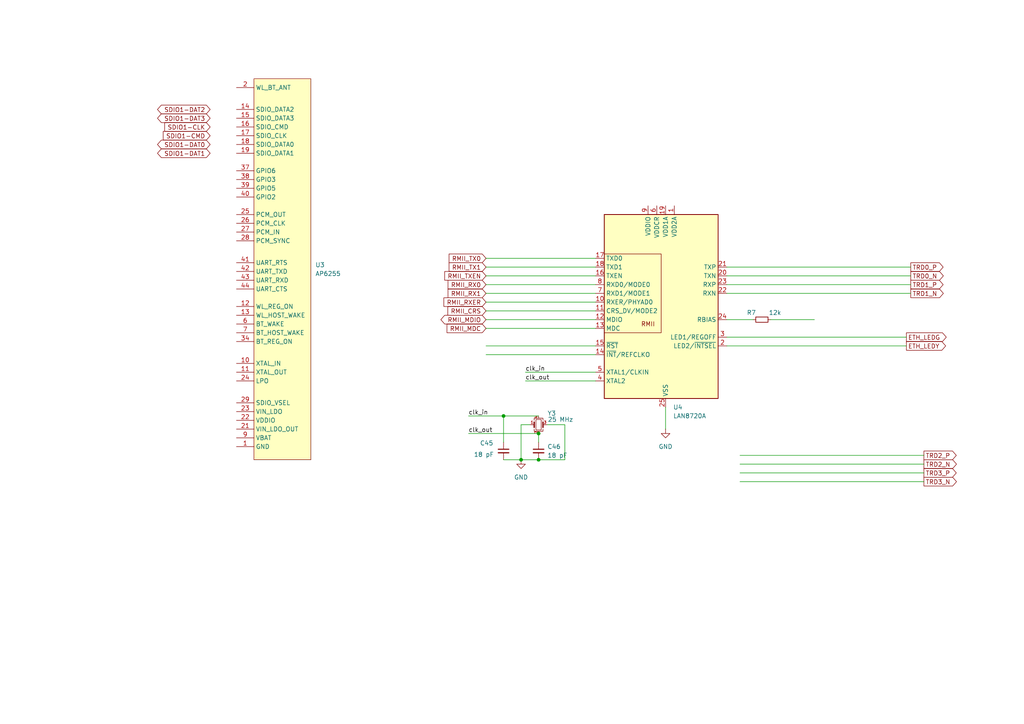
<source format=kicad_sch>
(kicad_sch (version 20231120) (generator "eeschema") (generator_version "8.0")
  (paper "A4")
  (lib_symbols
    (symbol "Device:C_Small" (pin_numbers hide) (pin_names (offset 0.254) hide)
      (property "Reference" "C" (at 0.254 1.778 0))
      (property "Value" "C_Small" (at 0.254 -2.032 0))
      (symbol "C_Small_0_1"
        (polyline (pts (xy -1.524 -0.508) (xy 1.524 -0.508)) (stroke (width 0.3302)))
        (polyline (pts (xy -1.524 0.508) (xy 1.524 0.508)) (stroke (width 0.3048)))
      )
      (symbol "C_Small_1_1"
        (pin passive line (at 0 2.54 270) (length 2.032) (name "~") (number "1"))
        (pin passive line (at 0 -2.54 90) (length 2.032) (name "~") (number "2"))
      )
    )
    (symbol "Device:Crystal_GND24_Small" (pin_names (offset 1.016) hide)
      (property "Reference" "Y" (at 1.27 4.445 0))
      (property "Value" "Crystal_GND24_Small" (at 1.27 2.54 0))
      (symbol "Crystal_GND24_Small_0_1"
        (rectangle (start -0.762 -1.524) (end 0.762 1.524))
        (polyline (pts (xy -1.27 -0.762) (xy -1.27 0.762)) (stroke (width 0.381)))
        (polyline (pts (xy 1.27 -0.762) (xy 1.27 0.762)) (stroke (width 0.381)))
        (polyline (pts (xy -1.27 -1.27) (xy -1.27 -1.905) (xy 1.27 -1.905) (xy 1.27 -1.27)))
        (polyline (pts (xy -1.27 1.27) (xy -1.27 1.905) (xy 1.27 1.905) (xy 1.27 1.27)))
      )
      (symbol "Crystal_GND24_Small_1_1"
        (pin passive line (at -2.54 0 0) (length 1.27) (name "1") (number "1"))
        (pin passive line (at 0 -2.54 90) (length 0.635) (name "2") (number "2"))
        (pin passive line (at 2.54 0 180) (length 1.27) (name "3") (number "3"))
        (pin passive line (at 0 2.54 270) (length 0.635) (name "4") (number "4"))
      )
    )
    (symbol "Device:R_Small" (pin_numbers hide) (pin_names (offset 0.254) hide)
      (property "Reference" "R" (at 0.762 0.508 0))
      (property "Value" "R_Small" (at 0.762 -1.016 0))
      (symbol "R_Small_0_1"
        (rectangle (start -0.762 1.778) (end 0.762 -1.778) (stroke (width 0.2032)))
      )
      (symbol "R_Small_1_1"
        (pin passive line (at 0 2.54 270) (length 0.762) (name "~") (number "1"))
        (pin passive line (at 0 -2.54 90) (length 0.762) (name "~") (number "2"))
      )
    )
    (symbol "Interface_Ethernet:LAN8720A"
      (property "Reference" "U" (at -13.97 29.21 0))
      (property "Value" "LAN8720A" (at 15.24 29.21 0))
      (symbol "LAN8720A_0_0"
        (text "RMII" (at -5.08 -3.81 0) (effects (font (size 1.27 1.27))))
      )
      (symbol "LAN8720A_0_1"
        (rectangle (start -17.78 27.94) (end 15.24 -25.4) (stroke (width 0.254)) (fill (type background)))
        (polyline (pts (xy -17.78 -6.35) (xy -1.27 -6.35) (xy -1.27 16.51) (xy -17.78 16.51)))
      )
      (symbol "LAN8720A_1_1"
        (pin power_in line (at 2.54 30.48 270) (length 2.54) (name "VDD2A") (number "1"))
        (pin output line (at -20.32 2.54 0) (length 2.54) (name "RXER/PHYAD0") (number "10"))
        (pin bidirectional line (at -20.32 0 0) (length 2.54) (name "CRS_DV/MODE2") (number "11"))
        (pin bidirectional line (at -20.32 -2.54 0) (length 2.54) (name "MDIO") (number "12"))
        (pin input line (at -20.32 -5.08 0) (length 2.54) (name "MDC") (number "13"))
        (pin output line (at -20.32 -12.7 0) (length 2.54) (name "~{INT}/REFCLKO") (number "14"))
        (pin input line (at -20.32 -10.16 0) (length 2.54) (name "~{RST}") (number "15"))
        (pin input line (at -20.32 10.16 0) (length 2.54) (name "TXEN") (number "16"))
        (pin input line (at -20.32 15.24 0) (length 2.54) (name "TXD0") (number "17"))
        (pin input line (at -20.32 12.7 0) (length 2.54) (name "TXD1") (number "18"))
        (pin power_in line (at 0 30.48 270) (length 2.54) (name "VDD1A") (number "19"))
        (pin bidirectional line (at 17.78 -10.16 180) (length 2.54) (name "LED2/~{INTSEL}") (number "2"))
        (pin bidirectional line (at 17.78 10.16 180) (length 2.54) (name "TXN") (number "20"))
        (pin bidirectional line (at 17.78 12.7 180) (length 2.54) (name "TXP") (number "21"))
        (pin bidirectional line (at 17.78 5.08 180) (length 2.54) (name "RXN") (number "22"))
        (pin bidirectional line (at 17.78 7.62 180) (length 2.54) (name "RXP") (number "23"))
        (pin passive line (at 17.78 -2.54 180) (length 2.54) (name "RBIAS") (number "24"))
        (pin power_in line (at 0 -27.94 90) (length 2.54) (name "VSS") (number "25"))
        (pin bidirectional line (at 17.78 -7.62 180) (length 2.54) (name "LED1/REGOFF") (number "3"))
        (pin output line (at -20.32 -20.32 0) (length 2.54) (name "XTAL2") (number "4"))
        (pin input line (at -20.32 -17.78 0) (length 2.54) (name "XTAL1/CLKIN") (number "5"))
        (pin power_in line (at -2.54 30.48 270) (length 2.54) (name "VDDCR") (number "6"))
        (pin bidirectional line (at -20.32 5.08 0) (length 2.54) (name "RXD1/MODE1") (number "7"))
        (pin bidirectional line (at -20.32 7.62 0) (length 2.54) (name "RXD0/MODE0") (number "8"))
        (pin power_in line (at -5.08 30.48 270) (length 2.54) (name "VDDIO") (number "9"))
      )
    )
    (symbol "power:GND" (power) (pin_numbers hide) (pin_names (offset 0) hide)
      (property "Value" "GND" (at 0 -3.81 0))
      (symbol "GND_0_1"
        (polyline (pts (xy 0 0) (xy 0 -1.27) (xy 1.27 -1.27) (xy 0 -2.54) (xy -1.27 -1.27) (xy 0 -1.27)))
      )
      (symbol "GND_1_1"
        (pin power_in line (at 0 0 270) (length 0) (name "~") (number "1"))
      )
    )
    (symbol "sdio:AP6255"
      (property "Reference" "U" (at 0 6.35 0))
      (property "Value" "AP6255" (at 0 3.81 0))
      (symbol "AP6255_0_1"
        (rectangle (start -5.08 -1.27) (end 11.43 -111.76) (stroke (width 0.1524)) (fill (type background)))
      )
      (symbol "AP6255_1_1"
        (pin passive line (at -10.16 -107.95 0) (length 5.08) (name "GND") (number "1"))
        (pin passive line (at -10.16 -83.82 0) (length 5.08) (name "XTAL_IN") (number "10"))
        (pin passive line (at -10.16 -86.36 0) (length 5.08) (name "XTAL_OUT") (number "11"))
        (pin passive line (at -10.16 -67.31 0) (length 5.08) (name "WL_REG_ON") (number "12"))
        (pin passive line (at -10.16 -69.85 0) (length 5.08) (name "WL_HOST_WAKE") (number "13"))
        (pin passive line (at -10.16 -10.16 0) (length 5.08) (name "SDIO_DATA2") (number "14"))
        (pin passive line (at -10.16 -12.7 0) (length 5.08) (name "SDIO_DATA3") (number "15"))
        (pin passive line (at -10.16 -15.24 0) (length 5.08) (name "SDIO_CMD") (number "16"))
        (pin passive line (at -10.16 -17.78 0) (length 5.08) (name "SDIO_CLK") (number "17"))
        (pin passive line (at -10.16 -20.32 0) (length 5.08) (name "SDIO_DATA0") (number "18"))
        (pin passive line (at -10.16 -22.86 0) (length 5.08) (name "SDIO_DATA1") (number "19"))
        (pin passive line (at -10.16 -3.81 0) (length 5.08) (name "WL_BT_ANT") (number "2"))
        (pin passive line (at -10.16 -107.95 0) (length 5.08) hide (name "GND") (number "20"))
        (pin passive line (at -10.16 -102.87 0) (length 5.08) (name "VIN_LDO_OUT") (number "21"))
        (pin passive line (at -10.16 -100.33 0) (length 5.08) (name "VDDIO") (number "22"))
        (pin passive line (at -10.16 -97.79 0) (length 5.08) (name "VIN_LDO") (number "23"))
        (pin passive line (at -10.16 -88.9 0) (length 5.08) (name "LPO") (number "24"))
        (pin passive line (at -10.16 -40.64 0) (length 5.08) (name "PCM_OUT") (number "25"))
        (pin passive line (at -10.16 -43.18 0) (length 5.08) (name "PCM_CLK") (number "26"))
        (pin passive line (at -10.16 -45.72 0) (length 5.08) (name "PCM_IN") (number "27"))
        (pin passive line (at -10.16 -48.26 0) (length 5.08) (name "PCM_SYNC") (number "28"))
        (pin passive line (at -10.16 -95.25 0) (length 5.08) (name "SDIO_VSEL") (number "29"))
        (pin passive line (at -10.16 -107.95 0) (length 5.08) hide (name "GND") (number "3"))
        (pin passive line (at -10.16 -107.95 0) (length 5.08) hide (name "GND") (number "31"))
        (pin passive line (at -10.16 -107.95 0) (length 5.08) hide (name "GND") (number "33"))
        (pin passive line (at -10.16 -77.47 0) (length 5.08) (name "BT_REG_ON") (number "34"))
        (pin passive line (at -10.16 -107.95 0) (length 5.08) hide (name "GND") (number "36"))
        (pin passive line (at -10.16 -27.94 0) (length 5.08) (name "GPIO6") (number "37"))
        (pin passive line (at -10.16 -30.48 0) (length 5.08) (name "GPIO3") (number "38"))
        (pin passive line (at -10.16 -33.02 0) (length 5.08) (name "GPIO5") (number "39"))
        (pin passive line (at -10.16 -35.56 0) (length 5.08) (name "GPIO2") (number "40"))
        (pin passive line (at -10.16 -54.61 0) (length 5.08) (name "UART_RTS") (number "41"))
        (pin passive line (at -10.16 -57.15 0) (length 5.08) (name "UART_TXD") (number "42"))
        (pin passive line (at -10.16 -59.69 0) (length 5.08) (name "UART_RXD") (number "43"))
        (pin passive line (at -10.16 -62.23 0) (length 5.08) (name "UART_CTS") (number "44"))
        (pin passive line (at -10.16 -72.39 0) (length 5.08) (name "BT_WAKE") (number "6"))
        (pin passive line (at -10.16 -74.93 0) (length 5.08) (name "BT_HOST_WAKE") (number "7"))
        (pin passive line (at -10.16 -105.41 0) (length 5.08) (name "VBAT") (number "9"))
      )
    )
  )
  (junction (at 151.13 133.35))
  (junction (at 146.05 120.65))
  (junction (at 156.21 133.35))
  (junction (at 156.21 125.73))
  (wire (pts (xy 152.4 107.95) (xy 172.72 107.95)))
  (wire (pts (xy 140.97 80.01) (xy 172.72 80.01)))
  (wire (pts (xy 267.97 137.16) (xy 214.63 137.16)))
  (wire (pts (xy 210.82 92.71) (xy 218.44 92.71)))
  (wire (pts (xy 156.21 125.73) (xy 156.21 128.27)))
  (wire (pts (xy 140.97 90.17) (xy 172.72 90.17)))
  (wire (pts (xy 151.13 133.35) (xy 156.21 133.35)))
  (wire (pts (xy 151.13 123.19) (xy 151.13 133.35)))
  (wire (pts (xy 264.16 80.01) (xy 210.82 80.01)))
  (wire (pts (xy 264.16 82.55) (xy 210.82 82.55)))
  (wire (pts (xy 158.75 123.19) (xy 163.83 123.19)))
  (wire (pts (xy 140.97 100.33) (xy 172.72 100.33)))
  (wire (pts (xy 152.4 110.49) (xy 172.72 110.49)))
  (wire (pts (xy 146.05 133.35) (xy 151.13 133.35)))
  (wire (pts (xy 140.97 87.63) (xy 172.72 87.63)))
  (wire (pts (xy 140.97 95.25) (xy 172.72 95.25)))
  (wire (pts (xy 193.04 118.11) (xy 193.04 124.46)))
  (wire (pts (xy 153.67 123.19) (xy 151.13 123.19)))
  (wire (pts (xy 163.83 133.35) (xy 156.21 133.35)))
  (wire (pts (xy 264.16 77.47) (xy 210.82 77.47)))
  (wire (pts (xy 135.89 125.73) (xy 156.21 125.73)))
  (wire (pts (xy 262.89 100.33) (xy 210.82 100.33)))
  (wire (pts (xy 135.89 120.65) (xy 146.05 120.65)))
  (wire (pts (xy 267.97 139.7) (xy 214.63 139.7)))
  (wire (pts (xy 146.05 120.65) (xy 156.21 120.65)))
  (wire (pts (xy 140.97 92.71) (xy 172.72 92.71)))
  (wire (pts (xy 262.89 97.79) (xy 210.82 97.79)))
  (wire (pts (xy 140.97 82.55) (xy 172.72 82.55)))
  (wire (pts (xy 140.97 74.93) (xy 172.72 74.93)))
  (wire (pts (xy 140.97 102.87) (xy 172.72 102.87)))
  (wire (pts (xy 140.97 85.09) (xy 172.72 85.09)))
  (wire (pts (xy 163.83 123.19) (xy 163.83 133.35)))
  (wire (pts (xy 267.97 132.08) (xy 214.63 132.08)))
  (wire (pts (xy 146.05 120.65) (xy 146.05 128.27)))
  (wire (pts (xy 140.97 77.47) (xy 172.72 77.47)))
  (wire (pts (xy 267.97 134.62) (xy 214.63 134.62)))
  (wire (pts (xy 264.16 85.09) (xy 210.82 85.09)))
  (wire (pts (xy 223.52 92.71) (xy 236.22 92.71)))
  (label "clk_out" (at 152.4 110.49 0))
  (label "clk_in" (at 135.89 120.65 0))
  (label "clk_in" (at 152.4 107.95 0))
  (label "clk_out" (at 135.89 125.73 0))
  (global_label "RMII_TX0" (shape input) (at 140.97 74.93 180) (property "Intersheetrefs" "${INTERSHEET_REFS}" (effects (hide yes))))
  (global_label "RMII_TX1" (shape input) (at 140.97 77.47 180) (property "Intersheetrefs" "${INTERSHEET_REFS}" (effects (hide yes))))
  (global_label "SDIO1-DAT2" (shape bidirectional) (at 60.96 31.75 180) (property "Intersheetrefs" "${INTERSHEET_REFS}" (effects (hide yes))))
  (global_label "TRD3_N" (shape output) (at 267.97 139.7 0) (property "Intersheetrefs" "${INTERSHEET_REFS}" (effects (hide yes))))
  (global_label "TRD2_N" (shape output) (at 267.97 134.62 0) (property "Intersheetrefs" "${INTERSHEET_REFS}" (effects (hide yes))))
  (global_label "RMII_MDC" (shape input) (at 140.97 95.25 180) (property "Intersheetrefs" "${INTERSHEET_REFS}" (effects (hide yes))))
  (global_label "SDIO1-DAT1" (shape bidirectional) (at 60.96 44.45 180) (property "Intersheetrefs" "${INTERSHEET_REFS}" (effects (hide yes))))
  (global_label "RMII_RX0" (shape input) (at 140.97 82.55 180) (property "Intersheetrefs" "${INTERSHEET_REFS}" (effects (hide yes))))
  (global_label "TRD1_P" (shape output) (at 264.16 82.55 0) (property "Intersheetrefs" "${INTERSHEET_REFS}" (effects (hide yes))))
  (global_label "TRD0_P" (shape output) (at 264.16 77.47 0) (property "Intersheetrefs" "${INTERSHEET_REFS}" (effects (hide yes))))
  (global_label "RMII_CRS" (shape input) (at 140.97 90.17 180) (property "Intersheetrefs" "${INTERSHEET_REFS}" (effects (hide yes))))
  (global_label "ETH_LEDG" (shape output) (at 262.89 97.79 0) (property "Intersheetrefs" "${INTERSHEET_REFS}" (effects (hide yes))))
  (global_label "RMII_RXER" (shape input) (at 140.97 87.63 180) (property "Intersheetrefs" "${INTERSHEET_REFS}" (effects (hide yes))))
  (global_label "TRD0_N" (shape output) (at 264.16 80.01 0) (property "Intersheetrefs" "${INTERSHEET_REFS}" (effects (hide yes))))
  (global_label "RMII_MDIO" (shape bidirectional) (at 140.97 92.71 180) (property "Intersheetrefs" "${INTERSHEET_REFS}" (effects (hide yes))))
  (global_label "SDIO1-DAT3" (shape bidirectional) (at 60.96 34.29 180) (property "Intersheetrefs" "${INTERSHEET_REFS}" (effects (hide yes))))
  (global_label "SDIO1-DAT0" (shape bidirectional) (at 60.96 41.91 180) (property "Intersheetrefs" "${INTERSHEET_REFS}" (effects (hide yes))))
  (global_label "ETH_LEDY" (shape output) (at 262.89 100.33 0) (property "Intersheetrefs" "${INTERSHEET_REFS}" (effects (hide yes))))
  (global_label "TRD1_N" (shape output) (at 264.16 85.09 0) (property "Intersheetrefs" "${INTERSHEET_REFS}" (effects (hide yes))))
  (global_label "RMII_TXEN" (shape input) (at 140.97 80.01 180) (property "Intersheetrefs" "${INTERSHEET_REFS}" (effects (hide yes))))
  (global_label "SDIO1-CMD" (shape input) (at 60.96 39.37 180) (property "Intersheetrefs" "${INTERSHEET_REFS}" (effects (hide yes))))
  (global_label "TRD2_P" (shape output) (at 267.97 132.08 0) (property "Intersheetrefs" "${INTERSHEET_REFS}" (effects (hide yes))))
  (global_label "TRD3_P" (shape output) (at 267.97 137.16 0) (property "Intersheetrefs" "${INTERSHEET_REFS}" (effects (hide yes))))
  (global_label "RMII_RX1" (shape input) (at 140.97 85.09 180) (property "Intersheetrefs" "${INTERSHEET_REFS}" (effects (hide yes))))
  (global_label "SDIO1-CLK" (shape input) (at 60.96 36.83 180) (property "Intersheetrefs" "${INTERSHEET_REFS}" (effects (hide yes))))
  (symbol (lib_id "power:GND") (at 151.13 133.35 0) (unit 1)
    (property "Reference" "#PWR026" (effects (hide yes)))
    (property "Value" "GND" (at 151.13 138.43 0))
    (property "Description" "Power symbol creates a global label with name \"GND\" , ground" (effects (hide yes)))
  )
  (symbol (lib_id "Interface_Ethernet:LAN8720A") (at 193.04 90.17 0) (unit 1)
    (property "Reference" "U4" (at 195.2341 118.11 0) (effects (justify left)))
    (property "Value" "LAN8720A" (at 195.2341 120.65 0) (effects (justify left)))
    (property "Footprint" "Package_DFN_QFN:VQFN-24-1EP_4x4mm_P0.5mm_EP2.5x2.5mm_ThermalVias" (effects (hide yes)))
    (property "Datasheet" "http://ww1.microchip.com/downloads/en/DeviceDoc/8720a.pdf" (effects (hide yes)))
    (property "Description" "LAN8720 Ethernet PHY with RMII interface, QFN-24" (effects (hide yes)))
  )
  (symbol (lib_id "Device:Crystal_GND24_Small") (at 156.21 123.19 0) (unit 1)
    (property "Reference" "Y3" (at 160.02 119.888 0))
    (property "Value" "25 MHz" (at 162.56 121.666 0))
    (property "Footprint" "Crystal:Crystal_SMD_3225-4Pin_3.2x2.5mm" (effects (hide yes)))
    (property "Description" "Four pin crystal, GND on pins 2 and 4, small symbol" (effects (hide yes)))
  )
  (symbol (lib_id "Device:C_Small") (at 156.21 130.81 0) (unit 1)
    (property "Reference" "C46" (at 158.75 129.5462 0) (effects (justify left)))
    (property "Value" "18 pF" (at 158.75 132.0862 0) (effects (justify left)))
    (property "Footprint" "Capacitor_SMD:C_0402_1005Metric" (effects (hide yes)))
    (property "Description" "Unpolarized capacitor, small symbol" (effects (hide yes)))
  )
  (symbol (lib_id "sdio:AP6255") (at 78.74 21.59 0) (unit 1)
    (property "Reference" "U3" (at 91.44 76.8349 0) (effects (justify left)))
    (property "Value" "AP6255" (at 91.44 79.3749 0) (effects (justify left)))
    (property "Footprint" "sdio:lga44_12x12mm_P0.9" (effects (hide yes)))
  )
  (symbol (lib_id "power:GND") (at 193.04 124.46 0) (unit 1)
    (property "Reference" "#PWR025" (effects (hide yes)))
    (property "Value" "GND" (at 193.04 129.54 0))
    (property "Description" "Power symbol creates a global label with name \"GND\" , ground" (effects (hide yes)))
  )
  (symbol (lib_id "Device:R_Small") (at 220.98 92.71 90) (unit 1)
    (property "Reference" "R7" (at 217.932 90.678 90))
    (property "Value" "12k" (at 224.79 90.678 90))
    (property "Footprint" "Resistor_SMD:R_0402_1005Metric" (effects (hide yes)))
    (property "Description" "Resistor, small symbol" (effects (hide yes)))
  )
  (symbol (lib_id "Device:C_Small") (at 146.05 130.81 0) (unit 1)
    (property "Reference" "C45" (at 139.192 128.524 0) (effects (justify left)))
    (property "Value" "18 pF" (at 137.414 131.826 0) (effects (justify left)))
    (property "Footprint" "Capacitor_SMD:C_0402_1005Metric" (effects (hide yes)))
    (property "Description" "Unpolarized capacitor, small symbol" (effects (hide yes)))
  )
)
</source>
